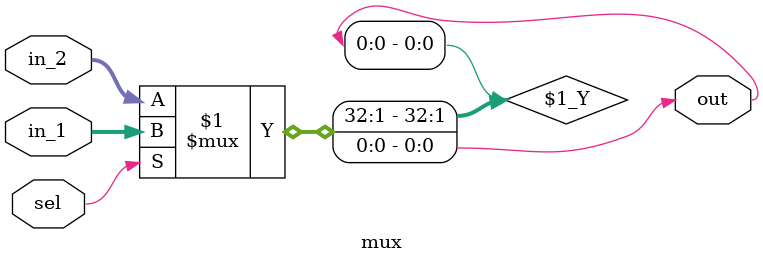
<source format=sv>
`timescale 1ns / 1ps


module mux#
(parameter DATA_WIDTH=32)(
  input logic [DATA_WIDTH:0] in_1,in_2,
  input logic sel,
  output logic out
    );
  assign out = sel ? in_1 : in_2;
endmodule

</source>
